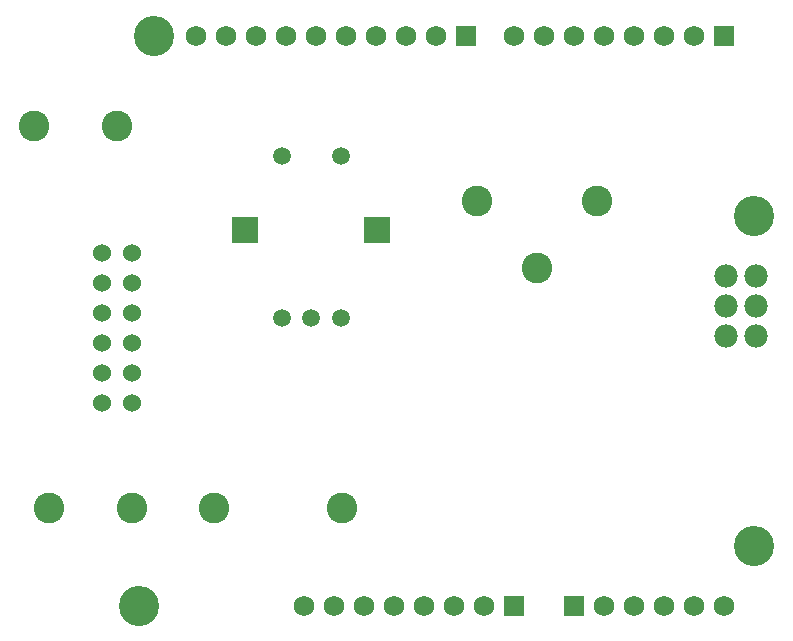
<source format=gts>
G04*
G04 #@! TF.GenerationSoftware,Altium Limited,Altium Designer,22.5.1 (42)*
G04*
G04 Layer_Color=8388736*
%FSLAX44Y44*%
%MOMM*%
G71*
G04*
G04 #@! TF.SameCoordinates,BAD225BF-FD7B-4A52-9E08-1AD1A92B9E85*
G04*
G04*
G04 #@! TF.FilePolarity,Negative*
G04*
G01*
G75*
%ADD16R,2.2098X2.3114*%
%ADD17C,2.6032*%
%ADD18C,1.5240*%
%ADD19C,1.4986*%
%ADD20C,1.9812*%
%ADD21R,1.7272X1.7272*%
%ADD22C,1.7272*%
%ADD23C,3.4032*%
D16*
X229343Y343830D02*
D03*
X341357D02*
D03*
D17*
X120650Y431800D02*
D03*
X425450Y368300D02*
D03*
X50800Y431800D02*
D03*
X311150Y107950D02*
D03*
X476250Y311150D02*
D03*
X527050Y368300D02*
D03*
X63500Y107950D02*
D03*
X203200D02*
D03*
X133350D02*
D03*
D18*
X107950Y323850D02*
D03*
Y298450D02*
D03*
Y273050D02*
D03*
Y247650D02*
D03*
Y222250D02*
D03*
Y196850D02*
D03*
X133350Y323850D02*
D03*
Y298450D02*
D03*
Y273050D02*
D03*
Y247650D02*
D03*
Y222250D02*
D03*
Y196850D02*
D03*
D19*
X260350Y406400D02*
D03*
X310350D02*
D03*
X260350Y268900D02*
D03*
X285350D02*
D03*
X310350D02*
D03*
D20*
X636400Y304300D02*
D03*
X661800D02*
D03*
X636400Y278900D02*
D03*
X661800D02*
D03*
X636400Y253500D02*
D03*
X661800D02*
D03*
D21*
X457200Y25400D02*
D03*
X635000Y508000D02*
D03*
X416560D02*
D03*
X508000Y25400D02*
D03*
D22*
X381000D02*
D03*
X355600D02*
D03*
X330200D02*
D03*
X304800D02*
D03*
X279400D02*
D03*
X431800D02*
D03*
X406400D02*
D03*
X558800Y508000D02*
D03*
X533400D02*
D03*
X508000D02*
D03*
X482600D02*
D03*
X457200D02*
D03*
X609600D02*
D03*
X584200D02*
D03*
X391160D02*
D03*
X365760D02*
D03*
X340360D02*
D03*
X314960D02*
D03*
X289560D02*
D03*
X264160D02*
D03*
X238760D02*
D03*
X213360D02*
D03*
X187960D02*
D03*
X533400Y25400D02*
D03*
X558800D02*
D03*
X584200D02*
D03*
X609600D02*
D03*
X635000D02*
D03*
D23*
X660400Y76200D02*
D03*
Y355600D02*
D03*
X152400Y508000D02*
D03*
X139700Y25400D02*
D03*
M02*

</source>
